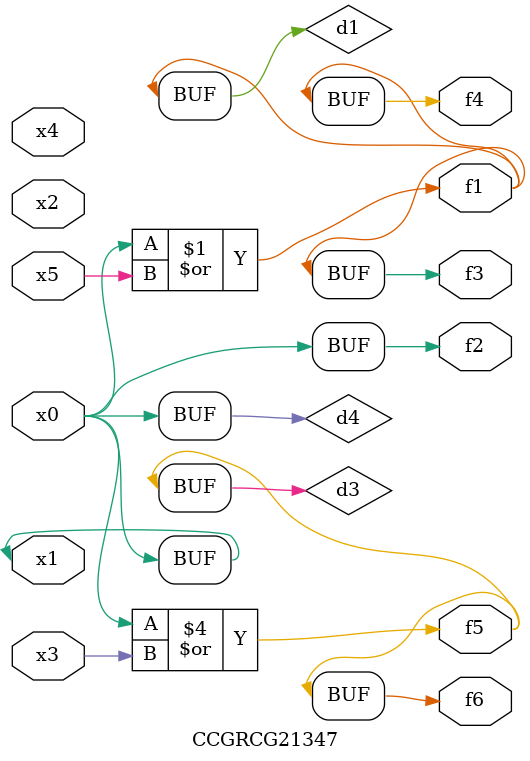
<source format=v>
module CCGRCG21347(
	input x0, x1, x2, x3, x4, x5,
	output f1, f2, f3, f4, f5, f6
);

	wire d1, d2, d3, d4;

	or (d1, x0, x5);
	xnor (d2, x1, x4);
	or (d3, x0, x3);
	buf (d4, x0, x1);
	assign f1 = d1;
	assign f2 = d4;
	assign f3 = d1;
	assign f4 = d1;
	assign f5 = d3;
	assign f6 = d3;
endmodule

</source>
